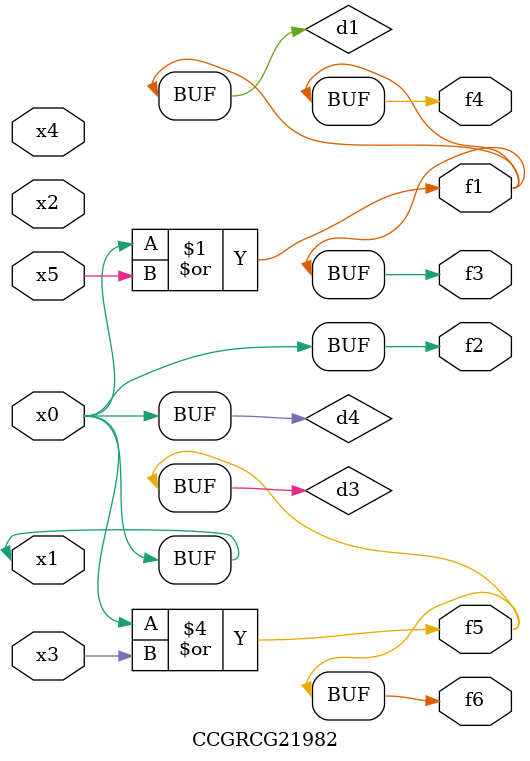
<source format=v>
module CCGRCG21982(
	input x0, x1, x2, x3, x4, x5,
	output f1, f2, f3, f4, f5, f6
);

	wire d1, d2, d3, d4;

	or (d1, x0, x5);
	xnor (d2, x1, x4);
	or (d3, x0, x3);
	buf (d4, x0, x1);
	assign f1 = d1;
	assign f2 = d4;
	assign f3 = d1;
	assign f4 = d1;
	assign f5 = d3;
	assign f6 = d3;
endmodule

</source>
